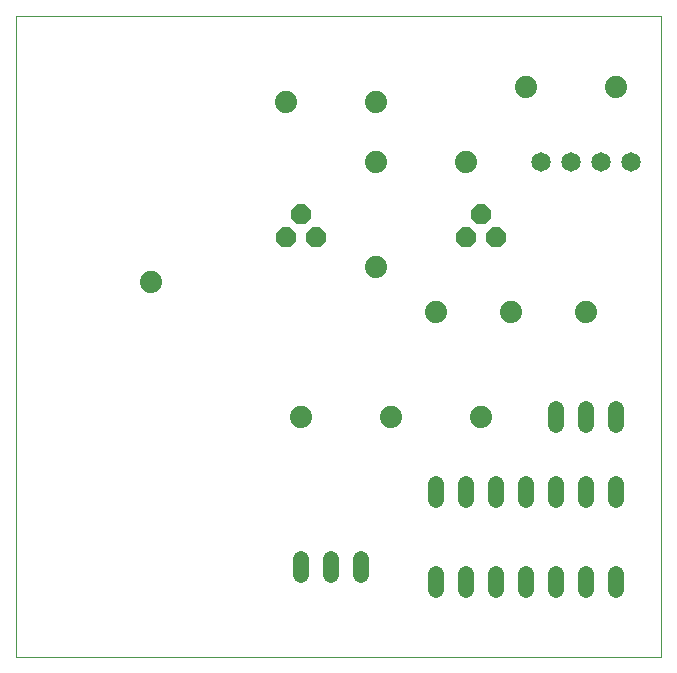
<source format=gtl>
G75*
G70*
%OFA0B0*%
%FSLAX24Y24*%
%IPPOS*%
%LPD*%
%AMOC8*
5,1,8,0,0,1.08239X$1,22.5*
%
%ADD10C,0.0000*%
%ADD11C,0.0740*%
%ADD12C,0.0650*%
%ADD13C,0.0520*%
%ADD14OC8,0.0660*%
D10*
X000100Y000100D02*
X000100Y021470D01*
X021592Y021470D01*
X021592Y000100D01*
X000100Y000100D01*
D11*
X009600Y008100D03*
X012600Y008100D03*
X015600Y008100D03*
X016600Y011600D03*
X014100Y011600D03*
X012100Y013100D03*
X012100Y016600D03*
X012100Y018600D03*
X009100Y018600D03*
X015100Y016600D03*
X017100Y019100D03*
X020100Y019100D03*
X019100Y011600D03*
X004600Y012600D03*
D12*
X017600Y016600D03*
X018600Y016600D03*
X019600Y016600D03*
X020600Y016600D03*
D13*
X020100Y008360D02*
X020100Y007840D01*
X019100Y007840D02*
X019100Y008360D01*
X018100Y008360D02*
X018100Y007840D01*
X018100Y005860D02*
X018100Y005340D01*
X017100Y005340D02*
X017100Y005860D01*
X016100Y005860D02*
X016100Y005340D01*
X015100Y005340D02*
X015100Y005860D01*
X014100Y005860D02*
X014100Y005340D01*
X014100Y002860D02*
X014100Y002340D01*
X015100Y002340D02*
X015100Y002860D01*
X016100Y002860D02*
X016100Y002340D01*
X017100Y002340D02*
X017100Y002860D01*
X018100Y002860D02*
X018100Y002340D01*
X019100Y002340D02*
X019100Y002860D01*
X020100Y002860D02*
X020100Y002340D01*
X020100Y005340D02*
X020100Y005860D01*
X019100Y005860D02*
X019100Y005340D01*
X011600Y003360D02*
X011600Y002840D01*
X010600Y002840D02*
X010600Y003360D01*
X009600Y003360D02*
X009600Y002840D01*
D14*
X009100Y014100D03*
X009600Y014850D03*
X010100Y014100D03*
X015100Y014100D03*
X015600Y014850D03*
X016100Y014100D03*
M02*

</source>
